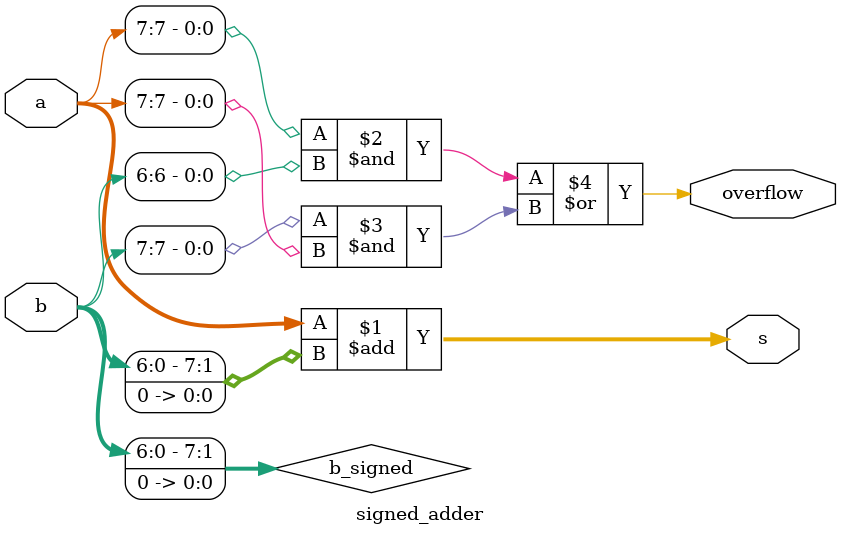
<source format=v>

module signed_adder(input [7:0] a,
    input [7:0] b,
    output [7:0] s,
    output overflow
); 

// The numbers a and b are added to the output s. 
// assign the occurence of the signed overflow of a and b to the output overflow.
// a signed overflow occurs if the most significant bits of a and b are low and the most significant bit of s is high
// a signed overflow may also occur if the most significant bits of a and b are high and the most significant bit of s is low


wire signed [7:0] b_signed = {b[6:0],1'b0}; // b is treated as a signed number

assign s = a + b_signed; // a and b are added, resulting in a signed sum

assign overflow = (a[7] & b_signed[7]) | (b[7] & a[7]); // the carry out is the overflow

endmodule

</source>
